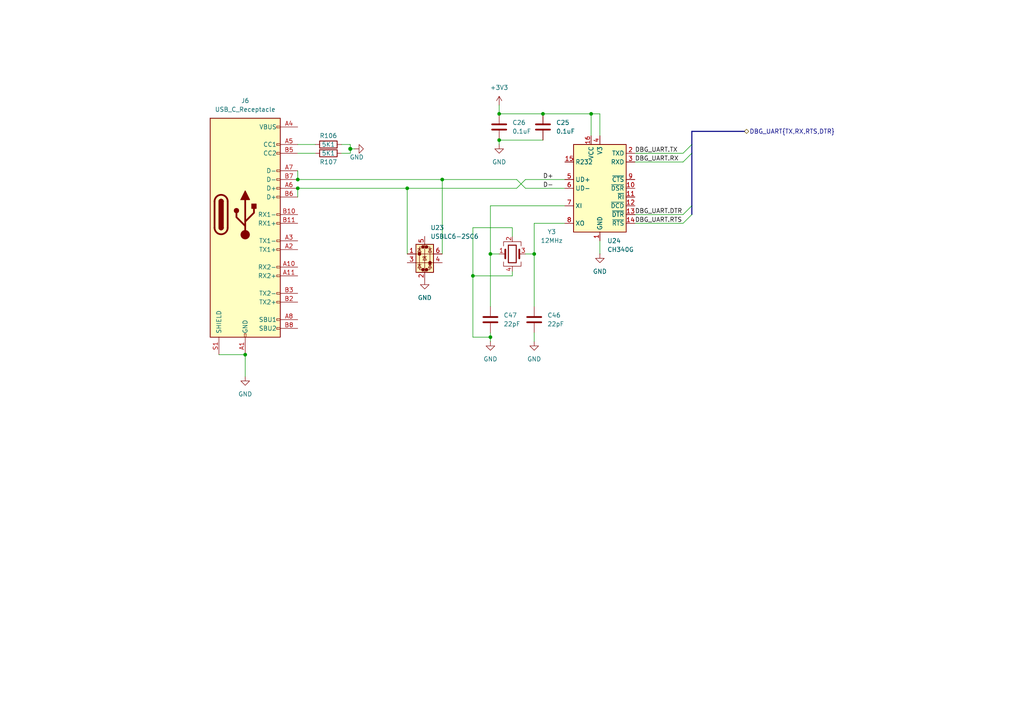
<source format=kicad_sch>
(kicad_sch (version 20250114) (generator "eeschema") (generator_version "9.0")
  (paper "A4")
  (lib_symbols
    (symbol "Connector:USB_C_Receptacle" (pin_names (offset 1.016))
      (property "Reference" "J" (at -10.16 29.21 0))
      (property "Value" "USB_C_Receptacle" (at 10.16 29.21 0))
      (symbol "USB_C_Receptacle_0_0"
        (rectangle (start -0.254 -35.56) (end 0.254 -34.544))
        (rectangle (start 10.16 25.654) (end 9.144 25.146))
        (rectangle (start 10.16 20.574) (end 9.144 20.066))
        (rectangle (start 10.16 18.034) (end 9.144 17.526))
        (rectangle (start 10.16 12.954) (end 9.144 12.446))
        (rectangle (start 10.16 10.414) (end 9.144 9.906))
        (rectangle (start 10.16 7.874) (end 9.144 7.366))
        (rectangle (start 10.16 5.334) (end 9.144 4.826))
        (rectangle (start 10.16 0.254) (end 9.144 -0.254))
        (rectangle (start 10.16 -2.286) (end 9.144 -2.794))
        (rectangle (start 10.16 -7.366) (end 9.144 -7.874))
        (rectangle (start 10.16 -9.906) (end 9.144 -10.414))
        (rectangle (start 10.16 -14.986) (end 9.144 -15.494))
        (rectangle (start 10.16 -17.526) (end 9.144 -18.034))
        (rectangle (start 10.16 -22.606) (end 9.144 -23.114))
        (rectangle (start 10.16 -25.146) (end 9.144 -25.654))
        (rectangle (start 10.16 -30.226) (end 9.144 -30.734))
        (rectangle (start 10.16 -32.766) (end 9.144 -33.274))
      )
      (symbol "USB_C_Receptacle_0_1"
        (rectangle (start -10.16 27.94) (end 10.16 -35.56) (stroke (width 0.254)) (fill (type background)))
        (polyline (pts (xy -8.89 -3.81) (xy -8.89 3.81)) (stroke (width 0.508)))
        (rectangle (start -7.62 -3.81) (end -6.35 3.81) (stroke (width 0.254)) (fill (type outline)))
        (arc (start -7.62 3.81) (mid -6.985 4.4423) (end -6.35 3.81) (stroke (width 0.254)))
        (arc (start -7.62 3.81) (mid -6.985 4.4423) (end -6.35 3.81) (stroke (width 0.254)) (fill (type outline)))
        (arc (start -8.89 3.81) (mid -6.985 5.7067) (end -5.08 3.81) (stroke (width 0.508)))
        (arc (start -5.08 -3.81) (mid -6.985 -5.7067) (end -8.89 -3.81) (stroke (width 0.508)))
        (arc (start -6.35 -3.81) (mid -6.985 -4.4423) (end -7.62 -3.81) (stroke (width 0.254)))
        (arc (start -6.35 -3.81) (mid -6.985 -4.4423) (end -7.62 -3.81) (stroke (width 0.254)) (fill (type outline)))
        (polyline (pts (xy -5.08 3.81) (xy -5.08 -3.81)) (stroke (width 0.508)))
      )
      (symbol "USB_C_Receptacle_1_1"
        (circle (center -2.54 1.143) (radius 0.635) (stroke (width 0.254)) (fill (type outline)))
        (polyline (pts (xy -1.27 4.318) (xy 0 6.858) (xy 1.27 4.318) (xy -1.27 4.318)) (stroke (width 0.254)) (fill (type outline)))
        (polyline (pts (xy 0 -2.032) (xy 2.54 0.508) (xy 2.54 1.778)) (stroke (width 0.508)))
        (polyline (pts (xy 0 -3.302) (xy -2.54 -0.762) (xy -2.54 0.508)) (stroke (width 0.508)))
        (polyline (pts (xy 0 -5.842) (xy 0 4.318)) (stroke (width 0.508)))
        (circle (center 0 -5.842) (radius 1.27) (fill (type outline)))
        (rectangle (start 1.905 1.778) (end 3.175 3.048) (stroke (width 0.254)) (fill (type outline)))
        (pin passive line (at -7.62 -40.64 90) (length 5.08) (name "SHIELD") (number "S1"))
        (pin passive line (at 0 -40.64 90) (length 5.08) (name "GND") (number "A1"))
        (pin passive line (at 0 -40.64 90) (length 5.08) (hide yes) (name "GND") (number "A12"))
        (pin passive line (at 0 -40.64 90) (length 5.08) (hide yes) (name "GND") (number "B1"))
        (pin passive line (at 0 -40.64 90) (length 5.08) (hide yes) (name "GND") (number "B12"))
        (pin passive line (at 15.24 25.4 180) (length 5.08) (name "VBUS") (number "A4"))
        (pin passive line (at 15.24 25.4 180) (length 5.08) (hide yes) (name "VBUS") (number "A9"))
        (pin passive line (at 15.24 25.4 180) (length 5.08) (hide yes) (name "VBUS") (number "B4"))
        (pin passive line (at 15.24 25.4 180) (length 5.08) (hide yes) (name "VBUS") (number "B9"))
        (pin bidirectional line (at 15.24 20.32 180) (length 5.08) (name "CC1") (number "A5"))
        (pin bidirectional line (at 15.24 17.78 180) (length 5.08) (name "CC2") (number "B5"))
        (pin bidirectional line (at 15.24 12.7 180) (length 5.08) (name "D-") (number "A7"))
        (pin bidirectional line (at 15.24 10.16 180) (length 5.08) (name "D-") (number "B7"))
        (pin bidirectional line (at 15.24 7.62 180) (length 5.08) (name "D+") (number "A6"))
        (pin bidirectional line (at 15.24 5.08 180) (length 5.08) (name "D+") (number "B6"))
        (pin bidirectional line (at 15.24 0 180) (length 5.08) (name "RX1-") (number "B10"))
        (pin bidirectional line (at 15.24 -2.54 180) (length 5.08) (name "RX1+") (number "B11"))
        (pin bidirectional line (at 15.24 -7.62 180) (length 5.08) (name "TX1-") (number "A3"))
        (pin bidirectional line (at 15.24 -10.16 180) (length 5.08) (name "TX1+") (number "A2"))
        (pin bidirectional line (at 15.24 -15.24 180) (length 5.08) (name "RX2-") (number "A10"))
        (pin bidirectional line (at 15.24 -17.78 180) (length 5.08) (name "RX2+") (number "A11"))
        (pin bidirectional line (at 15.24 -22.86 180) (length 5.08) (name "TX2-") (number "B3"))
        (pin bidirectional line (at 15.24 -25.4 180) (length 5.08) (name "TX2+") (number "B2"))
        (pin bidirectional line (at 15.24 -30.48 180) (length 5.08) (name "SBU1") (number "A8"))
        (pin bidirectional line (at 15.24 -33.02 180) (length 5.08) (name "SBU2") (number "B8"))
      )
    )
    (symbol "Device:C" (pin_numbers (hide yes)) (pin_names (offset 0.254))
      (property "Reference" "C" (at 0.635 2.54 0))
      (property "Value" "C" (at 0.635 -2.54 0))
      (symbol "C_0_1"
        (polyline (pts (xy -2.032 0.762) (xy 2.032 0.762)) (stroke (width 0.508)))
        (polyline (pts (xy -2.032 -0.762) (xy 2.032 -0.762)) (stroke (width 0.508)))
      )
      (symbol "C_1_1"
        (pin passive line (at 0 3.81 270) (length 2.794) (name "~") (number "1"))
        (pin passive line (at 0 -3.81 90) (length 2.794) (name "~") (number "2"))
      )
    )
    (symbol "Device:Crystal_GND24" (pin_names (offset 1.016) (hide yes))
      (property "Reference" "Y" (at 3.175 5.08 0))
      (property "Value" "Crystal_GND24" (at 3.175 3.175 0))
      (symbol "Crystal_GND24_0_1"
        (polyline (pts (xy -2.54 2.286) (xy -2.54 3.556) (xy 2.54 3.556) (xy 2.54 2.286)))
        (polyline (pts (xy -2.54 0) (xy -2.032 0)))
        (polyline (pts (xy -2.54 -2.286) (xy -2.54 -3.556) (xy 2.54 -3.556) (xy 2.54 -2.286)))
        (polyline (pts (xy -2.032 -1.27) (xy -2.032 1.27)) (stroke (width 0.508)))
        (rectangle (start -1.143 2.54) (end 1.143 -2.54) (stroke (width 0.3048)))
        (polyline (pts (xy 0 3.556) (xy 0 3.81)))
        (polyline (pts (xy 0 -3.81) (xy 0 -3.556)))
        (polyline (pts (xy 2.032 0) (xy 2.54 0)))
        (polyline (pts (xy 2.032 -1.27) (xy 2.032 1.27)) (stroke (width 0.508)))
      )
      (symbol "Crystal_GND24_1_1"
        (pin passive line (at -3.81 0 0) (length 1.27) (name "1") (number "1"))
        (pin passive line (at 0 5.08 270) (length 1.27) (name "2") (number "2"))
        (pin passive line (at 0 -5.08 90) (length 1.27) (name "4") (number "4"))
        (pin passive line (at 3.81 0 180) (length 1.27) (name "3") (number "3"))
      )
    )
    (symbol "Device:R" (pin_numbers (hide yes)) (pin_names (offset 0))
      (property "Reference" "R" (at 2.032 0 90))
      (property "Value" "R" (at 0 0 90))
      (symbol "R_0_1"
        (rectangle (start -1.016 -2.54) (end 1.016 2.54) (stroke (width 0.254)))
      )
      (symbol "R_1_1"
        (pin passive line (at 0 3.81 270) (length 1.27) (name "~") (number "1"))
        (pin passive line (at 0 -3.81 90) (length 1.27) (name "~") (number "2"))
      )
    )
    (symbol "Interface_USB:CH340G"
      (property "Reference" "U" (at -5.08 13.97 0))
      (property "Value" "CH340G" (at 1.27 13.97 0))
      (symbol "CH340G_0_1"
        (rectangle (start -7.62 12.7) (end 7.62 -12.7) (stroke (width 0.254)) (fill (type background)))
      )
      (symbol "CH340G_1_1"
        (pin input line (at -10.16 7.62 0) (length 2.54) (name "R232") (number "15"))
        (pin bidirectional line (at -10.16 2.54 0) (length 2.54) (name "UD+") (number "5"))
        (pin bidirectional line (at -10.16 0 0) (length 2.54) (name "UD-") (number "6"))
        (pin input line (at -10.16 -5.08 0) (length 2.54) (name "XI") (number "7"))
        (pin output line (at -10.16 -10.16 0) (length 2.54) (name "XO") (number "8"))
        (pin power_in line (at -2.54 15.24 270) (length 2.54) (name "VCC") (number "16"))
        (pin power_out line (at 0 15.24 270) (length 2.54) (name "V3") (number "4"))
        (pin power_in line (at 0 -15.24 90) (length 2.54) (name "GND") (number "1"))
        (pin output line (at 10.16 10.16 180) (length 2.54) (name "TXD") (number "2"))
        (pin input line (at 10.16 7.62 180) (length 2.54) (name "RXD") (number "3"))
        (pin input line (at 10.16 2.54 180) (length 2.54) (name "~{CTS}") (number "9"))
        (pin input line (at 10.16 0 180) (length 2.54) (name "~{DSR}") (number "10"))
        (pin input line (at 10.16 -2.54 180) (length 2.54) (name "~{RI}") (number "11"))
        (pin input line (at 10.16 -5.08 180) (length 2.54) (name "~{DCD}") (number "12"))
        (pin output line (at 10.16 -7.62 180) (length 2.54) (name "~{DTR}") (number "13"))
        (pin output line (at 10.16 -10.16 180) (length 2.54) (name "~{RTS}") (number "14"))
      )
    )
    (symbol "Power_Protection:USBLC6-2SC6" (pin_names (hide yes))
      (property "Reference" "U" (at 0.635 5.715 0))
      (property "Value" "USBLC6-2SC6" (at 0.635 3.81 0))
      (symbol "USBLC6-2SC6_0_0"
        (circle (center -1.524 0) (radius 0.0001) (stroke (width 0.508)))
        (circle (center -0.508 2.032) (radius 0.0001) (stroke (width 0.508)))
        (circle (center -0.508 -4.572) (radius 0.0001) (stroke (width 0.508)))
        (circle (center 0.508 2.032) (radius 0.0001) (stroke (width 0.508)))
        (circle (center 0.508 -4.572) (radius 0.0001) (stroke (width 0.508)))
        (circle (center 1.524 -2.54) (radius 0.0001) (stroke (width 0.508)))
      )
      (symbol "USBLC6-2SC6_0_1"
        (polyline (pts (xy -2.54 0) (xy 2.54 0)))
        (polyline (pts (xy -2.54 -2.54) (xy 2.54 -2.54)))
        (polyline (pts (xy -2.032 0.508) (xy -1.016 0.508) (xy -1.524 1.524) (xy -2.032 0.508)))
        (polyline (pts (xy -2.032 -3.048) (xy -1.016 -3.048)))
        (polyline (pts (xy -1.016 1.524) (xy -2.032 1.524)))
        (polyline (pts (xy -1.016 -4.064) (xy -2.032 -4.064) (xy -1.524 -3.048) (xy -1.016 -4.064)))
        (polyline (pts (xy -0.508 -1.143) (xy -0.508 -0.762) (xy 0.508 -0.762)))
        (polyline (pts (xy 0 2.54) (xy -0.508 2.032) (xy 0.508 2.032) (xy 0 1.524) (xy 0 -4.064) (xy -0.508 -4.572) (xy 0.508 -4.572) (xy 0 -5.08)))
        (polyline (pts (xy 0.508 -1.778) (xy -0.508 -1.778) (xy 0 -0.762) (xy 0.508 -1.778)))
        (polyline (pts (xy 1.016 1.524) (xy 2.032 1.524)))
        (polyline (pts (xy 1.016 -3.048) (xy 2.032 -3.048)))
        (polyline (pts (xy 2.032 0.508) (xy 1.016 0.508) (xy 1.524 1.524) (xy 2.032 0.508)))
        (polyline (pts (xy 2.032 -4.064) (xy 1.016 -4.064) (xy 1.524 -3.048) (xy 2.032 -4.064)))
      )
      (symbol "USBLC6-2SC6_1_1"
        (rectangle (start -2.54 2.794) (end 2.54 -5.334) (stroke (width 0.254)) (fill (type background)))
        (polyline (pts (xy -0.508 2.032) (xy -1.524 2.032) (xy -1.524 -4.572) (xy -0.508 -4.572)))
        (polyline (pts (xy 0.508 -4.572) (xy 1.524 -4.572) (xy 1.524 2.032) (xy 0.508 2.032)))
        (pin passive line (at -5.08 0 0) (length 2.54) (name "I/O1") (number "1"))
        (pin passive line (at -5.08 -2.54 0) (length 2.54) (name "I/O2") (number "3"))
        (pin passive line (at 0 5.08 270) (length 2.54) (name "VBUS") (number "5"))
        (pin passive line (at 0 -7.62 90) (length 2.54) (name "GND") (number "2"))
        (pin passive line (at 5.08 0 180) (length 2.54) (name "I/O1") (number "6"))
        (pin passive line (at 5.08 -2.54 180) (length 2.54) (name "I/O2") (number "4"))
      )
    )
    (symbol "power:+3V3" (power) (pin_numbers (hide yes)) (pin_names (offset 0) (hide yes))
      (property "Value" "+3V3" (at 0 3.556 0))
      (symbol "+3V3_0_1"
        (polyline (pts (xy -0.762 1.27) (xy 0 2.54)))
        (polyline (pts (xy 0 2.54) (xy 0.762 1.27)))
        (polyline (pts (xy 0 0) (xy 0 2.54)))
      )
      (symbol "+3V3_1_1"
        (pin power_in line (at 0 0 90) (length 0) (name "~") (number "1"))
      )
    )
    (symbol "power:GND" (power) (pin_numbers (hide yes)) (pin_names (offset 0) (hide yes))
      (property "Value" "GND" (at 0 -3.81 0))
      (symbol "GND_0_1"
        (polyline (pts (xy 0 0) (xy 0 -1.27) (xy 1.27 -1.27) (xy 0 -2.54) (xy -1.27 -1.27) (xy 0 -1.27)))
      )
      (symbol "GND_1_1"
        (pin power_in line (at 0 0 270) (length 0) (name "~") (number "1"))
      )
    )
  )
  (junction (at 101.6 43.18) (diameter 1.016))
  (junction (at 157.48 33.02))
  (junction (at 86.36 52.07))
  (junction (at 144.78 33.02))
  (junction (at 71.12 102.87))
  (junction (at 144.78 40.64))
  (junction (at 137.16 80.01))
  (junction (at 154.94 73.66))
  (junction (at 171.45 33.02))
  (junction (at 86.36 54.61))
  (junction (at 118.11 54.61))
  (junction (at 142.24 73.66))
  (junction (at 142.24 97.79))
  (junction (at 128.27 52.07))
  (bus_entry (at 200.66 44.45) (size -2.54 2.54))
  (bus_entry (at 200.66 59.69) (size -2.54 2.54))
  (bus_entry (at 200.66 41.91) (size -2.54 2.54))
  (bus_entry (at 200.66 62.23) (size -2.54 2.54))
  (wire (pts (xy 148.59 66.04) (xy 148.59 68.58)))
  (wire (pts (xy 149.86 54.61) (xy 152.4 52.07)))
  (wire (pts (xy 137.16 80.01) (xy 148.59 80.01)))
  (wire (pts (xy 144.78 40.64) (xy 157.48 40.64)))
  (bus (pts (xy 200.66 59.69) (xy 200.66 62.23)))
  (wire (pts (xy 198.12 44.45) (xy 184.15 44.45)))
  (wire (pts (xy 152.4 73.66) (xy 154.94 73.66)))
  (wire (pts (xy 144.78 30.48) (xy 144.78 33.02)))
  (wire (pts (xy 86.36 52.07) (xy 86.36 49.53)))
  (wire (pts (xy 148.59 66.04) (xy 137.16 66.04)))
  (wire (pts (xy 144.78 33.02) (xy 157.48 33.02)))
  (wire (pts (xy 157.48 33.02) (xy 171.45 33.02)))
  (wire (pts (xy 102.87 43.18) (xy 101.6 43.18)))
  (wire (pts (xy 154.94 88.9) (xy 154.94 73.66)))
  (wire (pts (xy 91.44 44.45) (xy 86.36 44.45)))
  (wire (pts (xy 86.36 54.61) (xy 86.36 57.15)))
  (wire (pts (xy 142.24 59.69) (xy 163.83 59.69)))
  (wire (pts (xy 149.86 52.07) (xy 152.4 54.61)))
  (wire (pts (xy 154.94 73.66) (xy 154.94 64.77)))
  (wire (pts (xy 142.24 73.66) (xy 142.24 88.9)))
  (wire (pts (xy 171.45 39.37) (xy 171.45 33.02)))
  (wire (pts (xy 118.11 54.61) (xy 86.36 54.61)))
  (wire (pts (xy 144.78 73.66) (xy 142.24 73.66)))
  (wire (pts (xy 198.12 64.77) (xy 184.15 64.77)))
  (wire (pts (xy 142.24 73.66) (xy 142.24 59.69)))
  (wire (pts (xy 142.24 97.79) (xy 142.24 96.52)))
  (wire (pts (xy 173.99 73.66) (xy 173.99 69.85)))
  (bus (pts (xy 215.9 38.1) (xy 200.66 38.1)))
  (wire (pts (xy 91.44 41.91) (xy 86.36 41.91)))
  (bus (pts (xy 200.66 41.91) (xy 200.66 44.45)))
  (wire (pts (xy 142.24 99.06) (xy 142.24 97.79)))
  (wire (pts (xy 198.12 62.23) (xy 184.15 62.23)))
  (wire (pts (xy 128.27 52.07) (xy 128.27 73.66)))
  (wire (pts (xy 137.16 66.04) (xy 137.16 80.01)))
  (wire (pts (xy 184.15 46.99) (xy 198.12 46.99)))
  (wire (pts (xy 118.11 73.66) (xy 118.11 54.61)))
  (wire (pts (xy 154.94 64.77) (xy 163.83 64.77)))
  (wire (pts (xy 137.16 80.01) (xy 137.16 97.79)))
  (wire (pts (xy 71.12 102.87) (xy 71.12 109.22)))
  (wire (pts (xy 118.11 54.61) (xy 149.86 54.61)))
  (wire (pts (xy 101.6 43.18) (xy 101.6 44.45)))
  (wire (pts (xy 86.36 52.07) (xy 128.27 52.07)))
  (wire (pts (xy 148.59 80.01) (xy 148.59 78.74)))
  (bus (pts (xy 200.66 38.1) (xy 200.66 41.91)))
  (wire (pts (xy 137.16 97.79) (xy 142.24 97.79)))
  (wire (pts (xy 173.99 33.02) (xy 173.99 39.37)))
  (wire (pts (xy 63.5 102.87) (xy 71.12 102.87)))
  (wire (pts (xy 154.94 99.06) (xy 154.94 96.52)))
  (bus (pts (xy 200.66 44.45) (xy 200.66 59.69)))
  (wire (pts (xy 101.6 41.91) (xy 101.6 43.18)))
  (wire (pts (xy 144.78 41.91) (xy 144.78 40.64)))
  (wire (pts (xy 99.06 44.45) (xy 101.6 44.45)))
  (wire (pts (xy 152.4 54.61) (xy 163.83 54.61)))
  (wire (pts (xy 171.45 33.02) (xy 173.99 33.02)))
  (wire (pts (xy 128.27 52.07) (xy 149.86 52.07)))
  (wire (pts (xy 99.06 41.91) (xy 101.6 41.91)))
  (wire (pts (xy 152.4 52.07) (xy 163.83 52.07)))
  (label "DBG_UART.RX" (at 184.15 46.99 0))
  (label "DBG_UART.RTS" (at 184.15 64.77 0))
  (label "D+" (at 157.48 52.07 0))
  (label "DBG_UART.TX" (at 184.15 44.45 0))
  (label "D-" (at 157.48 54.61 0))
  (label "DBG_UART.DTR" (at 184.15 62.23 0))
  (hierarchical_label "DBG_UART{TX,RX,RTS,DTR}" (shape bidirectional) (at 215.9 38.1 0))
  (symbol (lib_id "Connector:USB_C_Receptacle") (at 71.12 62.23 0) (unit 1)
    (property "Reference" "J6" (at 71.12 29.21 0))
    (property "Value" "USB_C_Receptacle" (at 71.12 31.75 0))
    (property "Footprint" "Connector_USB:USB_C_Receptacle_GCT_USB4105-xx-A_16P_TopMnt_Horizontal" (effects (hide yes)))
    (property "Datasheet" "https://www.usb.org/sites/default/files/documents/usb_type-c.zip" (effects (hide yes)))
    (property "Description" "USB Full-Featured Type-C Receptacle connector" (effects (hide yes)))
  )
  (symbol (lib_id "Device:R") (at 95.25 44.45 90) (unit 1)
    (property "Reference" "R107" (at 95.25 46.99 90))
    (property "Value" "5K1" (at 95.25 44.45 90))
    (property "Footprint" "Resistor_SMD:R_0603_1608Metric" (effects (hide yes)))
    (property "JLCSMT" "C23186" (effects (hide yes)))
    (property "LCSC" "C23186" (effects (hide yes)))
    (property "MPN" "0603WAF5101T5E" (effects (hide yes)))
    (property "Manufacturer" "Uniroyal Elec" (effects (hide yes)))
  )
  (symbol (lib_id "power:GND") (at 102.87 43.18 90) (unit 1)
    (property "Reference" "#PWR0136" (effects (hide yes)))
    (property "Value" "GND" (at 103.4542 45.593 90))
  )
  (symbol (lib_id "Device:C") (at 144.78 36.83 0) (unit 1)
    (property "Reference" "C26" (at 148.59 35.5599 0) (effects (justify left)))
    (property "Value" "0.1uF" (at 148.59 38.0999 0) (effects (justify left)))
    (property "Footprint" "Capacitor_SMD:C_0603_1608Metric" (effects (hide yes)))
    (property "Description" "Unpolarized capacitor" (effects (hide yes)))
  )
  (symbol (lib_id "Device:R") (at 95.25 41.91 270) (unit 1)
    (property "Reference" "R106" (at 95.25 39.37 90))
    (property "Value" "5K1" (at 95.25 41.91 90))
    (property "Footprint" "Resistor_SMD:R_0603_1608Metric" (effects (hide yes)))
    (property "JLCSMT" "C23186" (effects (hide yes)))
    (property "LCSC" "C23186" (effects (hide yes)))
    (property "MPN" "0603WAF5101T5E" (effects (hide yes)))
    (property "Manufacturer" "Uniroyal Elec" (effects (hide yes)))
  )
  (symbol (lib_id "power:GND") (at 142.24 99.06 0) (unit 1)
    (property "Reference" "#PWR0138" (effects (hide yes)))
    (property "Value" "GND" (at 142.24 104.14 0))
    (property "Description" "Power symbol creates a global label with name \"GND\" , ground" (effects (hide yes)))
  )
  (symbol (lib_id "power:GND") (at 71.12 109.22 0) (unit 1)
    (property "Reference" "#PWR0135" (effects (hide yes)))
    (property "Value" "GND" (at 71.12 114.3 0))
    (property "Description" "Power symbol creates a global label with name \"GND\" , ground" (effects (hide yes)))
  )
  (symbol (lib_id "power:GND") (at 173.99 73.66 0) (unit 1)
    (property "Reference" "#PWR0133" (effects (hide yes)))
    (property "Value" "GND" (at 173.99 78.74 0))
    (property "Description" "Power symbol creates a global label with name \"GND\" , ground" (effects (hide yes)))
  )
  (symbol (lib_id "Device:C") (at 154.94 92.71 0) (unit 1)
    (property "Reference" "C46" (at 158.75 91.4399 0) (effects (justify left)))
    (property "Value" "22pF" (at 158.75 93.9799 0) (effects (justify left)))
    (property "Footprint" "Capacitor_SMD:C_0603_1608Metric" (effects (hide yes)))
    (property "Description" "Unpolarized capacitor" (effects (hide yes)))
  )
  (symbol (lib_id "Device:C") (at 157.48 36.83 0) (unit 1)
    (property "Reference" "C25" (at 161.29 35.5599 0) (effects (justify left)))
    (property "Value" "0.1uF" (at 161.29 38.0999 0) (effects (justify left)))
    (property "Footprint" "Capacitor_SMD:C_0603_1608Metric" (effects (hide yes)))
    (property "Description" "Unpolarized capacitor" (effects (hide yes)))
  )
  (symbol (lib_id "power:GND") (at 154.94 99.06 0) (unit 1)
    (property "Reference" "#PWR0137" (effects (hide yes)))
    (property "Value" "GND" (at 154.94 104.14 0))
    (property "Description" "Power symbol creates a global label with name \"GND\" , ground" (effects (hide yes)))
  )
  (symbol (lib_id "power:+3V3") (at 144.78 30.48 0) (unit 1)
    (property "Reference" "#PWR0132" (effects (hide yes)))
    (property "Value" "+3V3" (at 144.78 25.4 0))
    (property "Description" "Power symbol creates a global label with name \"+3V3\"" (effects (hide yes)))
  )
  (symbol (lib_id "power:GND") (at 144.78 41.91 0) (unit 1)
    (property "Reference" "#PWR075" (effects (hide yes)))
    (property "Value" "GND" (at 144.78 46.99 0))
    (property "Description" "Power symbol creates a global label with name \"GND\" , ground" (effects (hide yes)))
  )
  (symbol (lib_id "Device:C") (at 142.24 92.71 0) (unit 1)
    (property "Reference" "C47" (at 146.05 91.4399 0) (effects (justify left)))
    (property "Value" "22pF" (at 146.05 93.9799 0) (effects (justify left)))
    (property "Footprint" "Capacitor_SMD:C_0603_1608Metric" (effects (hide yes)))
    (property "Description" "Unpolarized capacitor" (effects (hide yes)))
  )
  (symbol (lib_id "Device:Crystal_GND24") (at 148.59 73.66 0) (unit 1)
    (property "Reference" "Y3" (at 160.02 67.2398 0))
    (property "Value" "12MHz" (at 160.02 69.7798 0))
    (property "Footprint" "Crystal:Crystal_SMD_3225-4Pin_3.2x2.5mm" (effects (hide yes)))
    (property "Description" "Four pin crystal, GND on pins 2 and 4" (effects (hide yes)))
    (property "Partnumber" "ABM8-12.000MHZ-B2-T" (effects (hide yes)))
    (property "Manufacturer" "ABRACON" (effects (hide yes)))
    (property "LCSC" "C596894" (effects (hide yes)))
  )
  (symbol (lib_id "power:GND") (at 123.19 81.28 0) (unit 1)
    (property "Reference" "#PWR0134" (effects (hide yes)))
    (property "Value" "GND" (at 123.19 86.36 0))
    (property "Description" "Power symbol creates a global label with name \"GND\" , ground" (effects (hide yes)))
  )
  (symbol (lib_id "Interface_USB:CH340G") (at 173.99 54.61 0) (unit 1)
    (property "Reference" "U24" (at 176.1333 69.85 0) (effects (justify left)))
    (property "Value" "CH340G" (at 176.1333 72.39 0) (effects (justify left)))
    (property "Footprint" "Package_SO:SOIC-16_3.9x9.9mm_P1.27mm" (effects (hide yes)))
    (property "Datasheet" "http://www.datasheet5.com/pdf-local-2195953" (effects (hide yes)))
    (property "Description" "USB serial converter, UART, SOIC-16" (effects (hide yes)))
  )
  (symbol (lib_id "Power_Protection:USBLC6-2SC6") (at 123.19 73.66 0) (unit 1)
    (property "Reference" "U23" (at 124.8411 66.04 0) (effects (justify left)))
    (property "Value" "USBLC6-2SC6" (at 124.8411 68.58 0) (effects (justify left)))
    (property "Footprint" "Package_TO_SOT_SMD:SOT-23-6" (effects (hide yes)))
    (property "Datasheet" "https://www.st.com/resource/en/datasheet/usblc6-2.pdf" (effects (hide yes)))
    (property "Description" "Very low capacitance ESD protection diode, 2 data-line, SOT-23-6" (effects (hide yes)))
  )
)
</source>
